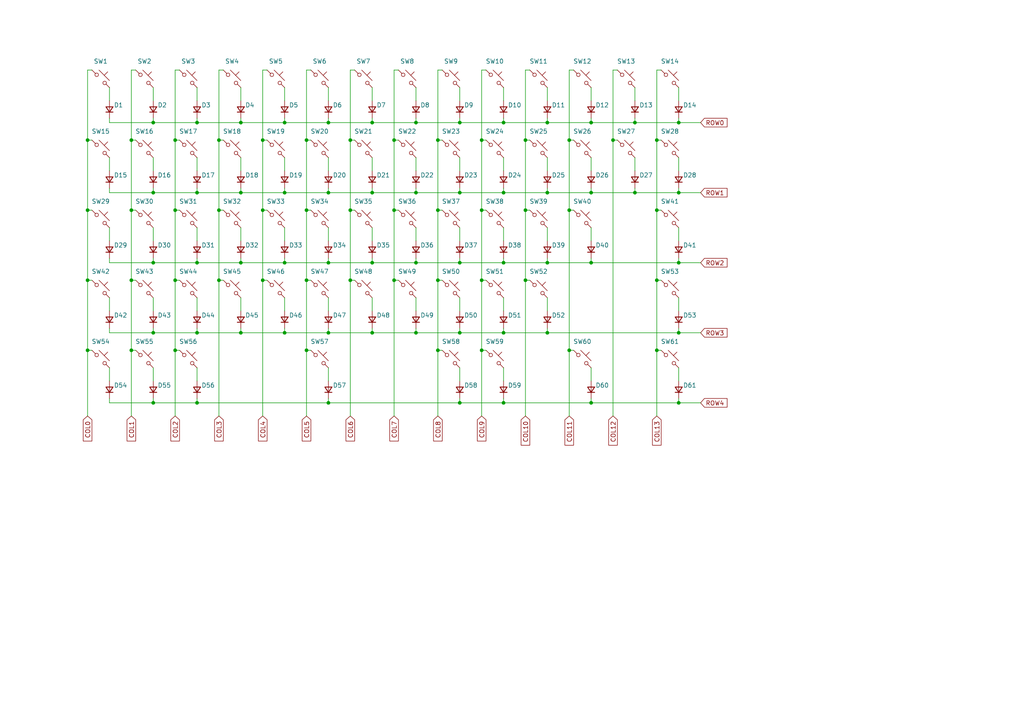
<source format=kicad_sch>
(kicad_sch (version 20231120) (generator "eeschema") (generator_version "8.0")
  (paper "A4")
  (junction (at 127 60.96))
  (junction (at 139.7 60.96))
  (junction (at 50.8 40.64))
  (junction (at 120.65 35.56))
  (junction (at 171.45 76.2))
  (junction (at 50.8 60.96))
  (junction (at 88.9 60.96))
  (junction (at 152.4 60.96))
  (junction (at 69.85 55.88))
  (junction (at 133.35 76.2))
  (junction (at 127 81.28))
  (junction (at 38.1 40.64))
  (junction (at 63.5 40.64))
  (junction (at 196.85 116.84))
  (junction (at 63.5 81.28))
  (junction (at 146.05 116.84))
  (junction (at 82.55 76.2))
  (junction (at 171.45 55.88))
  (junction (at 127 40.64))
  (junction (at 95.25 116.84))
  (junction (at 95.25 76.2))
  (junction (at 95.25 55.88))
  (junction (at 158.75 76.2))
  (junction (at 146.05 35.56))
  (junction (at 82.55 35.56))
  (junction (at 171.45 116.84))
  (junction (at 69.85 35.56))
  (junction (at 101.6 40.64))
  (junction (at 25.4 60.96))
  (junction (at 107.95 55.88))
  (junction (at 101.6 81.28))
  (junction (at 184.15 55.88))
  (junction (at 88.9 81.28))
  (junction (at 44.45 35.56))
  (junction (at 88.9 101.6))
  (junction (at 120.65 96.52))
  (junction (at 57.15 76.2))
  (junction (at 114.3 40.64))
  (junction (at 114.3 81.28))
  (junction (at 44.45 76.2))
  (junction (at 38.1 81.28))
  (junction (at 44.45 116.84))
  (junction (at 158.75 55.88))
  (junction (at 88.9 40.64))
  (junction (at 69.85 76.2))
  (junction (at 146.05 55.88))
  (junction (at 25.4 81.28))
  (junction (at 95.25 35.56))
  (junction (at 44.45 96.52))
  (junction (at 152.4 81.28))
  (junction (at 196.85 76.2))
  (junction (at 82.55 96.52))
  (junction (at 120.65 76.2))
  (junction (at 196.85 96.52))
  (junction (at 25.4 40.64))
  (junction (at 133.35 116.84))
  (junction (at 127 101.6))
  (junction (at 190.5 60.96))
  (junction (at 196.85 35.56))
  (junction (at 50.8 81.28))
  (junction (at 196.85 55.88))
  (junction (at 190.5 40.64))
  (junction (at 133.35 35.56))
  (junction (at 57.15 116.84))
  (junction (at 133.35 96.52))
  (junction (at 190.5 81.28))
  (junction (at 57.15 35.56))
  (junction (at 120.65 55.88))
  (junction (at 38.1 101.6))
  (junction (at 57.15 96.52))
  (junction (at 114.3 60.96))
  (junction (at 165.1 60.96))
  (junction (at 107.95 76.2))
  (junction (at 152.4 40.64))
  (junction (at 50.8 101.6))
  (junction (at 76.2 40.64))
  (junction (at 184.15 35.56))
  (junction (at 107.95 35.56))
  (junction (at 139.7 40.64))
  (junction (at 146.05 96.52))
  (junction (at 107.95 96.52))
  (junction (at 139.7 81.28))
  (junction (at 69.85 96.52))
  (junction (at 146.05 76.2))
  (junction (at 95.25 96.52))
  (junction (at 44.45 55.88))
  (junction (at 158.75 35.56))
  (junction (at 165.1 101.6))
  (junction (at 177.8 40.64))
  (junction (at 171.45 35.56))
  (junction (at 76.2 81.28))
  (junction (at 158.75 96.52))
  (junction (at 190.5 101.6))
  (junction (at 165.1 40.64))
  (junction (at 63.5 60.96))
  (junction (at 25.4 101.6))
  (junction (at 133.35 55.88))
  (junction (at 82.55 55.88))
  (junction (at 76.2 60.96))
  (junction (at 57.15 55.88))
  (junction (at 139.7 101.6))
  (junction (at 38.1 60.96))
  (junction (at 101.6 60.96))
  (wire (pts (xy 63.5 20.32) (xy 63.5 40.64)))
  (wire (pts (xy 57.15 54.61) (xy 57.15 55.88)))
  (wire (pts (xy 82.55 55.88) (xy 95.25 55.88)))
  (wire (pts (xy 77.47 20.32) (xy 76.2 20.32)))
  (wire (pts (xy 69.85 25.4) (xy 69.85 29.21)))
  (wire (pts (xy 140.97 40.64) (xy 139.7 40.64)))
  (wire (pts (xy 82.55 74.93) (xy 82.55 76.2)))
  (wire (pts (xy 107.95 54.61) (xy 107.95 55.88)))
  (wire (pts (xy 63.5 81.28) (xy 63.5 120.65)))
  (wire (pts (xy 31.75 34.29) (xy 31.75 35.56)))
  (wire (pts (xy 44.45 76.2) (xy 57.15 76.2)))
  (wire (pts (xy 171.45 54.61) (xy 171.45 55.88)))
  (wire (pts (xy 44.45 95.25) (xy 44.45 96.52)))
  (wire (pts (xy 31.75 95.25) (xy 31.75 96.52)))
  (wire (pts (xy 82.55 96.52) (xy 95.25 96.52)))
  (wire (pts (xy 101.6 60.96) (xy 101.6 81.28)))
  (wire (pts (xy 69.85 74.93) (xy 69.85 76.2)))
  (wire (pts (xy 158.75 95.25) (xy 158.75 96.52)))
  (wire (pts (xy 44.45 54.61) (xy 44.45 55.88)))
  (wire (pts (xy 190.5 60.96) (xy 190.5 81.28)))
  (wire (pts (xy 140.97 101.6) (xy 139.7 101.6)))
  (wire (pts (xy 166.37 101.6) (xy 165.1 101.6)))
  (wire (pts (xy 107.95 86.36) (xy 107.95 90.17)))
  (wire (pts (xy 31.75 106.68) (xy 31.75 110.49)))
  (wire (pts (xy 76.2 20.32) (xy 76.2 40.64)))
  (wire (pts (xy 184.15 35.56) (xy 196.85 35.56)))
  (wire (pts (xy 190.5 101.6) (xy 190.5 120.65)))
  (wire (pts (xy 31.75 25.4) (xy 31.75 29.21)))
  (wire (pts (xy 63.5 60.96) (xy 63.5 81.28)))
  (wire (pts (xy 52.07 20.32) (xy 50.8 20.32)))
  (wire (pts (xy 191.77 81.28) (xy 190.5 81.28)))
  (wire (pts (xy 139.7 20.32) (xy 139.7 40.64)))
  (wire (pts (xy 76.2 40.64) (xy 76.2 60.96)))
  (wire (pts (xy 107.95 74.93) (xy 107.95 76.2)))
  (wire (pts (xy 44.45 55.88) (xy 57.15 55.88)))
  (wire (pts (xy 69.85 96.52) (xy 82.55 96.52)))
  (wire (pts (xy 95.25 25.4) (xy 95.25 29.21)))
  (wire (pts (xy 133.35 66.04) (xy 133.35 69.85)))
  (wire (pts (xy 31.75 116.84) (xy 44.45 116.84)))
  (wire (pts (xy 146.05 34.29) (xy 146.05 35.56)))
  (wire (pts (xy 146.05 116.84) (xy 171.45 116.84)))
  (wire (pts (xy 158.75 55.88) (xy 171.45 55.88)))
  (wire (pts (xy 128.27 40.64) (xy 127 40.64)))
  (wire (pts (xy 152.4 40.64) (xy 152.4 60.96)))
  (wire (pts (xy 158.75 25.4) (xy 158.75 29.21)))
  (wire (pts (xy 57.15 106.68) (xy 57.15 110.49)))
  (wire (pts (xy 31.75 54.61) (xy 31.75 55.88)))
  (wire (pts (xy 196.85 76.2) (xy 203.2 76.2)))
  (wire (pts (xy 82.55 34.29) (xy 82.55 35.56)))
  (wire (pts (xy 57.15 34.29) (xy 57.15 35.56)))
  (wire (pts (xy 165.1 20.32) (xy 165.1 40.64)))
  (wire (pts (xy 101.6 40.64) (xy 101.6 60.96)))
  (wire (pts (xy 57.15 25.4) (xy 57.15 29.21)))
  (wire (pts (xy 153.67 81.28) (xy 152.4 81.28)))
  (wire (pts (xy 120.65 25.4) (xy 120.65 29.21)))
  (wire (pts (xy 52.07 81.28) (xy 50.8 81.28)))
  (wire (pts (xy 69.85 66.04) (xy 69.85 69.85)))
  (wire (pts (xy 114.3 40.64) (xy 114.3 60.96)))
  (wire (pts (xy 140.97 60.96) (xy 139.7 60.96)))
  (wire (pts (xy 146.05 76.2) (xy 158.75 76.2)))
  (wire (pts (xy 146.05 115.57) (xy 146.05 116.84)))
  (wire (pts (xy 90.17 60.96) (xy 88.9 60.96)))
  (wire (pts (xy 158.75 45.72) (xy 158.75 49.53)))
  (wire (pts (xy 82.55 54.61) (xy 82.55 55.88)))
  (wire (pts (xy 90.17 40.64) (xy 88.9 40.64)))
  (wire (pts (xy 95.25 54.61) (xy 95.25 55.88)))
  (wire (pts (xy 133.35 54.61) (xy 133.35 55.88)))
  (wire (pts (xy 120.65 55.88) (xy 133.35 55.88)))
  (wire (pts (xy 152.4 20.32) (xy 152.4 40.64)))
  (wire (pts (xy 69.85 95.25) (xy 69.85 96.52)))
  (wire (pts (xy 184.15 34.29) (xy 184.15 35.56)))
  (wire (pts (xy 171.45 115.57) (xy 171.45 116.84)))
  (wire (pts (xy 115.57 60.96) (xy 114.3 60.96)))
  (wire (pts (xy 107.95 95.25) (xy 107.95 96.52)))
  (wire (pts (xy 69.85 86.36) (xy 69.85 90.17)))
  (wire (pts (xy 107.95 25.4) (xy 107.95 29.21)))
  (wire (pts (xy 57.15 76.2) (xy 69.85 76.2)))
  (wire (pts (xy 196.85 74.93) (xy 196.85 76.2)))
  (wire (pts (xy 52.07 40.64) (xy 50.8 40.64)))
  (wire (pts (xy 69.85 54.61) (xy 69.85 55.88)))
  (wire (pts (xy 26.67 20.32) (xy 25.4 20.32)))
  (wire (pts (xy 196.85 116.84) (xy 203.2 116.84)))
  (wire (pts (xy 120.65 45.72) (xy 120.65 49.53)))
  (wire (pts (xy 196.85 45.72) (xy 196.85 49.53)))
  (wire (pts (xy 39.37 20.32) (xy 38.1 20.32)))
  (wire (pts (xy 139.7 40.64) (xy 139.7 60.96)))
  (wire (pts (xy 114.3 20.32) (xy 114.3 40.64)))
  (wire (pts (xy 95.25 95.25) (xy 95.25 96.52)))
  (wire (pts (xy 88.9 81.28) (xy 88.9 101.6)))
  (wire (pts (xy 101.6 20.32) (xy 101.6 40.64)))
  (wire (pts (xy 39.37 81.28) (xy 38.1 81.28)))
  (wire (pts (xy 88.9 40.64) (xy 88.9 60.96)))
  (wire (pts (xy 158.75 34.29) (xy 158.75 35.56)))
  (wire (pts (xy 146.05 74.93) (xy 146.05 76.2)))
  (wire (pts (xy 44.45 106.68) (xy 44.45 110.49)))
  (wire (pts (xy 76.2 81.28) (xy 76.2 120.65)))
  (wire (pts (xy 90.17 101.6) (xy 88.9 101.6)))
  (wire (pts (xy 196.85 115.57) (xy 196.85 116.84)))
  (wire (pts (xy 44.45 34.29) (xy 44.45 35.56)))
  (wire (pts (xy 191.77 60.96) (xy 190.5 60.96)))
  (wire (pts (xy 152.4 60.96) (xy 152.4 81.28)))
  (wire (pts (xy 165.1 101.6) (xy 165.1 120.65)))
  (wire (pts (xy 44.45 115.57) (xy 44.45 116.84)))
  (wire (pts (xy 115.57 81.28) (xy 114.3 81.28)))
  (wire (pts (xy 171.45 34.29) (xy 171.45 35.56)))
  (wire (pts (xy 88.9 101.6) (xy 88.9 120.65)))
  (wire (pts (xy 171.45 74.93) (xy 171.45 76.2)))
  (wire (pts (xy 166.37 20.32) (xy 165.1 20.32)))
  (wire (pts (xy 196.85 54.61) (xy 196.85 55.88)))
  (wire (pts (xy 120.65 74.93) (xy 120.65 76.2)))
  (wire (pts (xy 146.05 66.04) (xy 146.05 69.85)))
  (wire (pts (xy 82.55 35.56) (xy 95.25 35.56)))
  (wire (pts (xy 114.3 81.28) (xy 114.3 120.65)))
  (wire (pts (xy 31.75 45.72) (xy 31.75 49.53)))
  (wire (pts (xy 31.75 55.88) (xy 44.45 55.88)))
  (wire (pts (xy 153.67 20.32) (xy 152.4 20.32)))
  (wire (pts (xy 95.25 106.68) (xy 95.25 110.49)))
  (wire (pts (xy 184.15 45.72) (xy 184.15 49.53)))
  (wire (pts (xy 166.37 40.64) (xy 165.1 40.64)))
  (wire (pts (xy 31.75 115.57) (xy 31.75 116.84)))
  (wire (pts (xy 26.67 101.6) (xy 25.4 101.6)))
  (wire (pts (xy 107.95 55.88) (xy 120.65 55.88)))
  (wire (pts (xy 146.05 55.88) (xy 158.75 55.88)))
  (wire (pts (xy 171.45 25.4) (xy 171.45 29.21)))
  (wire (pts (xy 146.05 106.68) (xy 146.05 110.49)))
  (wire (pts (xy 69.85 45.72) (xy 69.85 49.53)))
  (wire (pts (xy 191.77 101.6) (xy 190.5 101.6)))
  (wire (pts (xy 82.55 86.36) (xy 82.55 90.17)))
  (wire (pts (xy 184.15 54.61) (xy 184.15 55.88)))
  (wire (pts (xy 153.67 60.96) (xy 152.4 60.96)))
  (wire (pts (xy 171.45 116.84) (xy 196.85 116.84)))
  (wire (pts (xy 102.87 60.96) (xy 101.6 60.96)))
  (wire (pts (xy 90.17 20.32) (xy 88.9 20.32)))
  (wire (pts (xy 102.87 20.32) (xy 101.6 20.32)))
  (wire (pts (xy 82.55 25.4) (xy 82.55 29.21)))
  (wire (pts (xy 139.7 81.28) (xy 139.7 101.6)))
  (wire (pts (xy 102.87 81.28) (xy 101.6 81.28)))
  (wire (pts (xy 153.67 40.64) (xy 152.4 40.64)))
  (wire (pts (xy 50.8 60.96) (xy 50.8 81.28)))
  (wire (pts (xy 50.8 40.64) (xy 50.8 60.96)))
  (wire (pts (xy 31.75 74.93) (xy 31.75 76.2)))
  (wire (pts (xy 52.07 101.6) (xy 50.8 101.6)))
  (wire (pts (xy 107.95 35.56) (xy 120.65 35.56)))
  (wire (pts (xy 133.35 76.2) (xy 146.05 76.2)))
  (wire (pts (xy 146.05 25.4) (xy 146.05 29.21)))
  (wire (pts (xy 158.75 74.93) (xy 158.75 76.2)))
  (wire (pts (xy 133.35 86.36) (xy 133.35 90.17)))
  (wire (pts (xy 165.1 60.96) (xy 165.1 101.6)))
  (wire (pts (xy 82.55 76.2) (xy 95.25 76.2)))
  (wire (pts (xy 95.25 86.36) (xy 95.25 90.17)))
  (wire (pts (xy 120.65 76.2) (xy 133.35 76.2)))
  (wire (pts (xy 128.27 20.32) (xy 127 20.32)))
  (wire (pts (xy 31.75 35.56) (xy 44.45 35.56)))
  (wire (pts (xy 69.85 55.88) (xy 82.55 55.88)))
  (wire (pts (xy 191.77 20.32) (xy 190.5 20.32)))
  (wire (pts (xy 128.27 81.28) (xy 127 81.28)))
  (wire (pts (xy 133.35 45.72) (xy 133.35 49.53)))
  (wire (pts (xy 127 40.64) (xy 127 60.96)))
  (wire (pts (xy 139.7 60.96) (xy 139.7 81.28)))
  (wire (pts (xy 64.77 20.32) (xy 63.5 20.32)))
  (wire (pts (xy 133.35 116.84) (xy 146.05 116.84)))
  (wire (pts (xy 31.75 96.52) (xy 44.45 96.52)))
  (wire (pts (xy 196.85 86.36) (xy 196.85 90.17)))
  (wire (pts (xy 44.45 116.84) (xy 57.15 116.84)))
  (wire (pts (xy 76.2 60.96) (xy 76.2 81.28)))
  (wire (pts (xy 95.25 76.2) (xy 107.95 76.2)))
  (wire (pts (xy 133.35 34.29) (xy 133.35 35.56)))
  (wire (pts (xy 196.85 96.52) (xy 203.2 96.52)))
  (wire (pts (xy 158.75 54.61) (xy 158.75 55.88)))
  (wire (pts (xy 31.75 76.2) (xy 44.45 76.2)))
  (wire (pts (xy 191.77 40.64) (xy 190.5 40.64)))
  (wire (pts (xy 171.45 106.68) (xy 171.45 110.49)))
  (wire (pts (xy 133.35 95.25) (xy 133.35 96.52)))
  (wire (pts (xy 120.65 54.61) (xy 120.65 55.88)))
  (wire (pts (xy 158.75 76.2) (xy 171.45 76.2)))
  (wire (pts (xy 146.05 86.36) (xy 146.05 90.17)))
  (wire (pts (xy 38.1 101.6) (xy 38.1 120.65)))
  (wire (pts (xy 133.35 35.56) (xy 146.05 35.56)))
  (wire (pts (xy 95.25 66.04) (xy 95.25 69.85)))
  (wire (pts (xy 82.55 45.72) (xy 82.55 49.53)))
  (wire (pts (xy 52.07 60.96) (xy 50.8 60.96)))
  (wire (pts (xy 114.3 60.96) (xy 114.3 81.28)))
  (wire (pts (xy 69.85 35.56) (xy 82.55 35.56)))
  (wire (pts (xy 90.17 81.28) (xy 88.9 81.28)))
  (wire (pts (xy 57.15 45.72) (xy 57.15 49.53)))
  (wire (pts (xy 115.57 20.32) (xy 114.3 20.32)))
  (wire (pts (xy 179.07 40.64) (xy 177.8 40.64)))
  (wire (pts (xy 38.1 60.96) (xy 38.1 81.28)))
  (wire (pts (xy 140.97 81.28) (xy 139.7 81.28)))
  (wire (pts (xy 101.6 81.28) (xy 101.6 120.65)))
  (wire (pts (xy 38.1 81.28) (xy 38.1 101.6)))
  (wire (pts (xy 146.05 45.72) (xy 146.05 49.53)))
  (wire (pts (xy 25.4 101.6) (xy 25.4 120.65)))
  (wire (pts (xy 57.15 96.52) (xy 69.85 96.52)))
  (wire (pts (xy 44.45 86.36) (xy 44.45 90.17)))
  (wire (pts (xy 184.15 25.4) (xy 184.15 29.21)))
  (wire (pts (xy 196.85 66.04) (xy 196.85 69.85)))
  (wire (pts (xy 179.07 20.32) (xy 177.8 20.32)))
  (wire (pts (xy 44.45 66.04) (xy 44.45 69.85)))
  (wire (pts (xy 190.5 81.28) (xy 190.5 101.6)))
  (wire (pts (xy 64.77 40.64) (xy 63.5 40.64)))
  (wire (pts (xy 196.85 95.25) (xy 196.85 96.52)))
  (wire (pts (xy 88.9 20.32) (xy 88.9 40.64)))
  (wire (pts (xy 158.75 35.56) (xy 171.45 35.56)))
  (wire (pts (xy 158.75 96.52) (xy 196.85 96.52)))
  (wire (pts (xy 95.25 74.93) (xy 95.25 76.2)))
  (wire (pts (xy 95.25 34.29) (xy 95.25 35.56)))
  (wire (pts (xy 127 101.6) (xy 127 120.65)))
  (wire (pts (xy 38.1 20.32) (xy 38.1 40.64)))
  (wire (pts (xy 120.65 96.52) (xy 133.35 96.52)))
  (wire (pts (xy 196.85 34.29) (xy 196.85 35.56)))
  (wire (pts (xy 177.8 40.64) (xy 177.8 120.65)))
  (wire (pts (xy 39.37 60.96) (xy 38.1 60.96)))
  (wire (pts (xy 39.37 40.64) (xy 38.1 40.64)))
  (wire (pts (xy 127 81.28) (xy 127 101.6)))
  (wire (pts (xy 166.37 60.96) (xy 165.1 60.96)))
  (wire (pts (xy 133.35 106.68) (xy 133.35 110.49)))
  (wire (pts (xy 190.5 20.32) (xy 190.5 40.64)))
  (wire (pts (xy 57.15 86.36) (xy 57.15 90.17)))
  (wire (pts (xy 177.8 20.32) (xy 177.8 40.64)))
  (wire (pts (xy 57.15 115.57) (xy 57.15 116.84)))
  (wire (pts (xy 107.95 45.72) (xy 107.95 49.53)))
  (wire (pts (xy 152.4 81.28) (xy 152.4 120.65)))
  (wire (pts (xy 120.65 66.04) (xy 120.65 69.85)))
  (wire (pts (xy 139.7 101.6) (xy 139.7 120.65)))
  (wire (pts (xy 95.25 115.57) (xy 95.25 116.84)))
  (wire (pts (xy 190.5 40.64) (xy 190.5 60.96)))
  (wire (pts (xy 57.15 95.25) (xy 57.15 96.52)))
  (wire (pts (xy 69.85 34.29) (xy 69.85 35.56)))
  (wire (pts (xy 63.5 40.64) (xy 63.5 60.96)))
  (wire (pts (xy 44.45 74.93) (xy 44.45 76.2)))
  (wire (pts (xy 146.05 95.25) (xy 146.05 96.52)))
  (wire (pts (xy 44.45 35.56) (xy 57.15 35.56)))
  (wire (pts (xy 171.45 76.2) (xy 196.85 76.2)))
  (wire (pts (xy 31.75 86.36) (xy 31.75 90.17)))
  (wire (pts (xy 57.15 55.88) (xy 69.85 55.88)))
  (wire (pts (xy 171.45 55.88) (xy 184.15 55.88)))
  (wire (pts (xy 44.45 25.4) (xy 44.45 29.21)))
  (wire (pts (xy 77.47 60.96) (xy 76.2 60.96)))
  (wire (pts (xy 107.95 34.29) (xy 107.95 35.56)))
  (wire (pts (xy 128.27 101.6) (xy 127 101.6)))
  (wire (pts (xy 107.95 66.04) (xy 107.95 69.85)))
  (wire (pts (xy 146.05 54.61) (xy 146.05 55.88)))
  (wire (pts (xy 196.85 106.68) (xy 196.85 110.49)))
  (wire (pts (xy 171.45 45.72) (xy 171.45 49.53)))
  (wire (pts (xy 25.4 20.32) (xy 25.4 40.64)))
  (wire (pts (xy 133.35 115.57) (xy 133.35 116.84)))
  (wire (pts (xy 95.25 35.56) (xy 107.95 35.56)))
  (wire (pts (xy 82.55 66.04) (xy 82.55 69.85)))
  (wire (pts (xy 77.47 40.64) (xy 76.2 40.64)))
  (wire (pts (xy 120.65 95.25) (xy 120.65 96.52)))
  (wire (pts (xy 133.35 74.93) (xy 133.35 76.2)))
  (wire (pts (xy 39.37 101.6) (xy 38.1 101.6)))
  (wire (pts (xy 115.57 40.64) (xy 114.3 40.64)))
  (wire (pts (xy 26.67 40.64) (xy 25.4 40.64)))
  (wire (pts (xy 26.67 81.28) (xy 25.4 81.28)))
  (wire (pts (xy 50.8 81.28) (xy 50.8 101.6)))
  (wire (pts (xy 196.85 25.4) (xy 196.85 29.21)))
  (wire (pts (xy 25.4 60.96) (xy 25.4 81.28)))
  (wire (pts (xy 38.1 40.64) (xy 38.1 60.96)))
  (wire (pts (xy 64.77 81.28) (xy 63.5 81.28)))
  (wire (pts (xy 50.8 101.6) (xy 50.8 120.65)))
  (wire (pts (xy 25.4 81.28) (xy 25.4 101.6)))
  (wire (pts (xy 171.45 35.56) (xy 184.15 35.56)))
  (wire (pts (xy 102.87 40.64) (xy 101.6 40.64)))
  (wire (pts (xy 25.4 40.64) (xy 25.4 60.96)))
  (wire (pts (xy 196.85 55.88) (xy 203.2 55.88)))
  (wire (pts (xy 128.27 60.96) (xy 127 60.96)))
  (wire (pts (xy 184.15 55.88) (xy 196.85 55.88)))
  (wire (pts (xy 44.45 45.72) (xy 44.45 49.53)))
  (wire (pts (xy 196.85 35.56) (xy 203.2 35.56)))
  (wire (pts (xy 26.67 60.96) (xy 25.4 60.96)))
  (wire (pts (xy 69.85 76.2) (xy 82.55 76.2)))
  (wire (pts (xy 57.15 116.84) (xy 95.25 116.84)))
  (wire (pts (xy 57.15 35.56) (xy 69.85 35.56)))
  (wire (pts (xy 165.1 40.64) (xy 165.1 60.96)))
  (wire (pts (xy 64.77 60.96) (xy 63.5 60.96)))
  (wire (pts (xy 82.55 95.25) (xy 82.55 96.52)))
  (wire (pts (xy 120.65 35.56) (xy 133.35 35.56)))
  (wire (pts (xy 146.05 35.56) (xy 158.75 35.56)))
  (wire (pts (xy 127 20.32) (xy 127 40.64)))
  (wire (pts (xy 171.45 66.04) (xy 171.45 69.85)))
  (wire (pts (xy 120.65 34.29) (xy 120.65 35.56)))
  (wire (pts (xy 120.65 86.36) (xy 120.65 90.17)))
  (wire (pts (xy 95.25 116.84) (xy 133.35 116.84)))
  (wire (pts (xy 133.35 55.88) (xy 146.05 55.88)))
  (wire (pts (xy 146.05 96.52) (xy 158.75 96.52)))
  (wire (pts (xy 57.15 66.04) (xy 57.15 69.85)))
  (wire (pts (xy 127 60.96) (xy 127 81.28)))
  (wire (pts (xy 77.47 81.28) (xy 76.2 81.28)))
  (wire (pts (xy 95.25 96.52) (xy 107.95 96.52)))
  (wire (pts (xy 95.25 55.88) (xy 107.95 55.88)))
  (wire (pts (xy 133.35 96.52) (xy 146.05 96.52)))
  (wire (pts (xy 50.8 20.32) (xy 50.8 40.64)))
  (wire (pts (xy 57.15 74.93) (xy 57.15 76.2)))
  (wire (pts (xy 88.9 60.96) (xy 88.9 81.28)))
  (wire (pts (xy 158.75 66.04) (xy 158.75 69.85)))
  (wire (pts (xy 107.95 76.2) (xy 120.65 76.2)))
  (wire (pts (xy 95.25 45.72) (xy 95.25 49.53)))
  (wire (pts (xy 31.75 66.04) (xy 31.75 69.85)))
  (wire (pts (xy 158.75 86.36) (xy 158.75 90.17)))
  (wire (pts (xy 107.95 96.52) (xy 120.65 96.52)))
  (wire (pts (xy 44.45 96.52) (xy 57.15 96.52)))
  (wire (pts (xy 140.97 20.32) (xy 139.7 20.32)))
  (wire (pts (xy 133.35 25.4) (xy 133.35 29.21)))
  (global_label "COL5" (shape input) (at 88.9 120.65 270) (property "Intersheetrefs" "${INTERSHEET_REFS}" (effects (hide yes))))
  (global_label "COL4" (shape input) (at 76.2 120.65 270) (property "Intersheetrefs" "${INTERSHEET_REFS}" (effects (hide yes))))
  (global_label "COL8" (shape input) (at 127 120.65 270) (property "Intersheetrefs" "${INTERSHEET_REFS}" (effects (hide yes))))
  (global_label "ROW0" (shape input) (at 203.2 35.56 0) (property "Intersheetrefs" "${INTERSHEET_REFS}" (effects (hide yes))))
  (global_label "COL1" (shape input) (at 38.1 120.65 270) (property "Intersheetrefs" "${INTERSHEET_REFS}" (effects (hide yes))))
  (global_label "COL9" (shape input) (at 139.7 120.65 270) (property "Intersheetrefs" "${INTERSHEET_REFS}" (effects (hide yes))))
  (global_label "COL12" (shape input) (at 177.8 120.65 270) (property "Intersheetrefs" "${INTERSHEET_REFS}" (effects (hide yes))))
  (global_label "COL7" (shape input) (at 114.3 120.65 270) (property "Intersheetrefs" "${INTERSHEET_REFS}" (effects (hide yes))))
  (global_label "ROW4" (shape input) (at 203.2 116.84 0) (property "Intersheetrefs" "${INTERSHEET_REFS}" (effects (hide yes))))
  (global_label "ROW2" (shape input) (at 203.2 76.2 0) (property "Intersheetrefs" "${INTERSHEET_REFS}" (effects (hide yes))))
  (global_label "COL10" (shape input) (at 152.4 120.65 270) (property "Intersheetrefs" "${INTERSHEET_REFS}" (effects (hide yes))))
  (global_label "COL13" (shape input) (at 190.5 120.65 270) (property "Intersheetrefs" "${INTERSHEET_REFS}" (effects (hide yes))))
  (global_label "COL11" (shape input) (at 165.1 120.65 270) (property "Intersheetrefs" "${INTERSHEET_REFS}" (effects (hide yes))))
  (global_label "COL3" (shape input) (at 63.5 120.65 270) (property "Intersheetrefs" "${INTERSHEET_REFS}" (effects (hide yes))))
  (global_label "COL2" (shape input) (at 50.8 120.65 270) (property "Intersheetrefs" "${INTERSHEET_REFS}" (effects (hide yes))))
  (global_label "ROW3" (shape input) (at 203.2 96.52 0) (property "Intersheetrefs" "${INTERSHEET_REFS}" (effects (hide yes))))
  (global_label "ROW1" (shape input) (at 203.2 55.88 0) (property "Intersheetrefs" "${INTERSHEET_REFS}" (effects (hide yes))))
  (global_label "COL0" (shape input) (at 25.4 120.65 270) (property "Intersheetrefs" "${INTERSHEET_REFS}" (effects (hide yes))))
  (global_label "COL6" (shape input) (at 101.6 120.65 270) (property "Intersheetrefs" "${INTERSHEET_REFS}" (effects (hide yes))))
  (symbol (lib_id "Device:D_Small") (at 196.85 113.03 90) (unit 1)
    (property "Reference" "D61" (at 198.12 111.76 90) (effects (justify right)))
    (property "Value" "D" (effects (hide yes)))
    (property "Footprint" "Diode_SMD:D_SOD-123F" (effects (hide yes)))
    (property "Sim.Device" "D" (effects (hide yes)))
    (property "Sim.Pins" "1=K 2=A" (effects (hide yes)))
  )
  (symbol (lib_id "Switch:SW_Push_45deg") (at 41.91 63.5 0) (unit 1)
    (property "Reference" "SW30" (at 41.91 58.42 0))
    (property "Value" "SW_Push" (effects (hide yes)))
    (property "Footprint" "Switch_Keyboard_Cherry_MX:SW_Cherry_MX_PCB_1.00u" (effects (hide yes)))
  )
  (symbol (lib_id "Switch:SW_Push_45deg") (at 143.51 104.14 0) (unit 1)
    (property "Reference" "SW59" (at 143.51 99.06 0))
    (property "Value" "SW_Push" (effects (hide yes)))
    (property "Footprint" "Switch_Keyboard_Cherry_MX:SW_Cherry_MX_PCB_1.00u" (effects (hide yes)))
  )
  (symbol (lib_id "Device:D_Small") (at 95.25 113.03 90) (unit 1)
    (property "Reference" "D57" (at 96.52 111.76 90) (effects (justify right)))
    (property "Value" "D" (effects (hide yes)))
    (property "Footprint" "Diode_SMD:D_SOD-123F" (effects (hide yes)))
    (property "Sim.Device" "D" (effects (hide yes)))
    (property "Sim.Pins" "1=K 2=A" (effects (hide yes)))
  )
  (symbol (lib_id "Switch:SW_Push_45deg") (at 194.31 43.18 0) (unit 1)
    (property "Reference" "SW28" (at 194.31 38.1 0))
    (property "Value" "SW_Push" (effects (hide yes)))
    (property "Footprint" "Switch_Keyboard_Cherry_MX:SW_Cherry_MX_PCB_1.00u" (effects (hide yes)))
  )
  (symbol (lib_id "Device:D_Small") (at 69.85 52.07 90) (unit 1)
    (property "Reference" "D18" (at 71.12 50.8 90) (effects (justify right)))
    (property "Value" "D" (effects (hide yes)))
    (property "Footprint" "Diode_SMD:D_SOD-123F" (effects (hide yes)))
    (property "Sim.Device" "D" (effects (hide yes)))
    (property "Sim.Pins" "1=K 2=A" (effects (hide yes)))
  )
  (symbol (lib_id "Device:D_Small") (at 196.85 52.07 90) (unit 1)
    (property "Reference" "D28" (at 198.12 50.8 90) (effects (justify right)))
    (property "Value" "D" (effects (hide yes)))
    (property "Footprint" "Diode_SMD:D_SOD-123F" (effects (hide yes)))
    (property "Sim.Device" "D" (effects (hide yes)))
    (property "Sim.Pins" "1=K 2=A" (effects (hide yes)))
  )
  (symbol (lib_id "Device:D_Small") (at 146.05 113.03 90) (unit 1)
    (property "Reference" "D59" (at 147.32 111.76 90) (effects (justify right)))
    (property "Value" "D" (effects (hide yes)))
    (property "Footprint" "Diode_SMD:D_SOD-123F" (effects (hide yes)))
    (property "Sim.Device" "D" (effects (hide yes)))
    (property "Sim.Pins" "1=K 2=A" (effects (hide yes)))
  )
  (symbol (lib_id "Switch:SW_Push_45deg") (at 92.71 83.82 0) (unit 1)
    (property "Reference" "SW47" (at 92.71 78.74 0))
    (property "Value" "SW_Push" (effects (hide yes)))
    (property "Footprint" "Switch_Keyboard_Cherry_MX:SW_Cherry_MX_PCB_1.00u" (effects (hide yes)))
  )
  (symbol (lib_id "Device:D_Small") (at 57.15 52.07 90) (unit 1)
    (property "Reference" "D17" (at 58.42 50.8 90) (effects (justify right)))
    (property "Value" "D" (effects (hide yes)))
    (property "Footprint" "Diode_SMD:D_SOD-123F" (effects (hide yes)))
    (property "Sim.Device" "D" (effects (hide yes)))
    (property "Sim.Pins" "1=K 2=A" (effects (hide yes)))
  )
  (symbol (lib_id "Switch:SW_Push_45deg") (at 92.71 63.5 0) (unit 1)
    (property "Reference" "SW34" (at 92.71 58.42 0))
    (property "Value" "SW_Push" (effects (hide yes)))
    (property "Footprint" "Switch_Keyboard_Cherry_MX:SW_Cherry_MX_PCB_1.00u" (effects (hide yes)))
  )
  (symbol (lib_id "Device:D_Small") (at 44.45 31.75 90) (unit 1)
    (property "Reference" "D2" (at 45.72 30.48 90) (effects (justify right)))
    (property "Value" "D" (effects (hide yes)))
    (property "Footprint" "Diode_SMD:D_SOD-123F" (effects (hide yes)))
    (property "Sim.Device" "D" (effects (hide yes)))
    (property "Sim.Pins" "1=K 2=A" (effects (hide yes)))
  )
  (symbol (lib_id "Device:D_Small") (at 146.05 31.75 90) (unit 1)
    (property "Reference" "D10" (at 147.32 30.48 90) (effects (justify right)))
    (property "Value" "D" (effects (hide yes)))
    (property "Footprint" "Diode_SMD:D_SOD-123F" (effects (hide yes)))
    (property "Sim.Device" "D" (effects (hide yes)))
    (property "Sim.Pins" "1=K 2=A" (effects (hide yes)))
  )
  (symbol (lib_id "Switch:SW_Push_45deg") (at 194.31 83.82 0) (unit 1)
    (property "Reference" "SW53" (at 194.31 78.74 0))
    (property "Value" "SW_Push" (effects (hide yes)))
    (property "Footprint" "Switch_Keyboard_Cherry_MX:SW_Cherry_MX_PCB_1.00u" (effects (hide yes)))
  )
  (symbol (lib_id "Device:D_Small") (at 196.85 72.39 90) (unit 1)
    (property "Reference" "D41" (at 198.12 71.12 90) (effects (justify right)))
    (property "Value" "D" (effects (hide yes)))
    (property "Footprint" "Diode_SMD:D_SOD-123F" (effects (hide yes)))
    (property "Sim.Device" "D" (effects (hide yes)))
    (property "Sim.Pins" "1=K 2=A" (effects (hide yes)))
  )
  (symbol (lib_id "Device:D_Small") (at 133.35 92.71 90) (unit 1)
    (property "Reference" "D50" (at 134.62 91.44 90) (effects (justify right)))
    (property "Value" "D" (effects (hide yes)))
    (property "Footprint" "Diode_SMD:D_SOD-123F" (effects (hide yes)))
    (property "Sim.Device" "D" (effects (hide yes)))
    (property "Sim.Pins" "1=K 2=A" (effects (hide yes)))
  )
  (symbol (lib_id "Switch:SW_Push_45deg") (at 29.21 22.86 0) (unit 1)
    (property "Reference" "SW1" (at 29.21 17.78 0))
    (property "Value" "SW_Push" (effects (hide yes)))
    (property "Footprint" "Switch_Keyboard_Cherry_MX:SW_Cherry_MX_PCB_1.00u" (effects (hide yes)))
  )
  (symbol (lib_id "Device:D_Small") (at 146.05 52.07 90) (unit 1)
    (property "Reference" "D24" (at 147.32 50.8 90) (effects (justify right)))
    (property "Value" "D" (effects (hide yes)))
    (property "Footprint" "Diode_SMD:D_SOD-123F" (effects (hide yes)))
    (property "Sim.Device" "D" (effects (hide yes)))
    (property "Sim.Pins" "1=K 2=A" (effects (hide yes)))
  )
  (symbol (lib_id "Switch:SW_Push_45deg") (at 130.81 22.86 0) (unit 1)
    (property "Reference" "SW9" (at 130.81 17.78 0))
    (property "Value" "SW_Push" (effects (hide yes)))
    (property "Footprint" "Switch_Keyboard_Cherry_MX:SW_Cherry_MX_PCB_1.00u" (effects (hide yes)))
  )
  (symbol (lib_id "Switch:SW_Push_45deg") (at 194.31 104.14 0) (unit 1)
    (property "Reference" "SW61" (at 194.31 99.06 0))
    (property "Value" "SW_Push" (effects (hide yes)))
    (property "Footprint" "Switch_Keyboard_Cherry_MX:SW_Cherry_MX_PCB_1.00u" (effects (hide yes)))
  )
  (symbol (lib_id "Device:D_Small") (at 158.75 31.75 90) (unit 1)
    (property "Reference" "D11" (at 160.02 30.48 90) (effects (justify right)))
    (property "Value" "D" (effects (hide yes)))
    (property "Footprint" "Diode_SMD:D_SOD-123F" (effects (hide yes)))
    (property "Sim.Device" "D" (effects (hide yes)))
    (property "Sim.Pins" "1=K 2=A" (effects (hide yes)))
  )
  (symbol (lib_id "Switch:SW_Push_45deg") (at 118.11 63.5 0) (unit 1)
    (property "Reference" "SW36" (at 118.11 58.42 0))
    (property "Value" "SW_Push" (effects (hide yes)))
    (property "Footprint" "Switch_Keyboard_Cherry_MX:SW_Cherry_MX_PCB_1.00u" (effects (hide yes)))
  )
  (symbol (lib_id "Switch:SW_Push_45deg") (at 156.21 83.82 0) (unit 1)
    (property "Reference" "SW52" (at 156.21 78.74 0))
    (property "Value" "SW_Push" (effects (hide yes)))
    (property "Footprint" "Switch_Keyboard_Cherry_MX:SW_Cherry_MX_PCB_1.00u" (effects (hide yes)))
  )
  (symbol (lib_id "Device:D_Small") (at 82.55 72.39 90) (unit 1)
    (property "Reference" "D33" (at 83.82 71.12 90) (effects (justify right)))
    (property "Value" "D" (effects (hide yes)))
    (property "Footprint" "Diode_SMD:D_SOD-123F" (effects (hide yes)))
    (property "Sim.Device" "D" (effects (hide yes)))
    (property "Sim.Pins" "1=K 2=A" (effects (hide yes)))
  )
  (symbol (lib_id "Switch:SW_Push_45deg") (at 105.41 22.86 0) (unit 1)
    (property "Reference" "SW7" (at 105.41 17.78 0))
    (property "Value" "SW_Push" (effects (hide yes)))
    (property "Footprint" "Switch_Keyboard_Cherry_MX:SW_Cherry_MX_PCB_1.00u" (effects (hide yes)))
  )
  (symbol (lib_id "Switch:SW_Push_45deg") (at 168.91 43.18 0) (unit 1)
    (property "Reference" "SW26" (at 168.91 38.1 0))
    (property "Value" "SW_Push" (effects (hide yes)))
    (property "Footprint" "Switch_Keyboard_Cherry_MX:SW_Cherry_MX_PCB_1.00u" (effects (hide yes)))
  )
  (symbol (lib_id "Device:D_Small") (at 95.25 72.39 90) (unit 1)
    (property "Reference" "D34" (at 96.52 71.12 90) (effects (justify right)))
    (property "Value" "D" (effects (hide yes)))
    (property "Footprint" "Diode_SMD:D_SOD-123F" (effects (hide yes)))
    (property "Sim.Device" "D" (effects (hide yes)))
    (property "Sim.Pins" "1=K 2=A" (effects (hide yes)))
  )
  (symbol (lib_id "Device:D_Small") (at 31.75 52.07 90) (unit 1)
    (property "Reference" "D15" (at 33.02 50.8 90) (effects (justify right)))
    (property "Value" "D" (effects (hide yes)))
    (property "Footprint" "Diode_SMD:D_SOD-123F" (effects (hide yes)))
    (property "Sim.Device" "D" (effects (hide yes)))
    (property "Sim.Pins" "1=K 2=A" (effects (hide yes)))
  )
  (symbol (lib_id "Switch:SW_Push_45deg") (at 168.91 104.14 0) (unit 1)
    (property "Reference" "SW60" (at 168.91 99.06 0))
    (property "Value" "SW_Push" (effects (hide yes)))
    (property "Footprint" "Switch_Keyboard_Cherry_MX:SW_Cherry_MX_PCB_1.00u" (effects (hide yes)))
  )
  (symbol (lib_id "Switch:SW_Push_45deg") (at 92.71 22.86 0) (unit 1)
    (property "Reference" "SW6" (at 92.71 17.78 0))
    (property "Value" "SW_Push" (effects (hide yes)))
    (property "Footprint" "Switch_Keyboard_Cherry_MX:SW_Cherry_MX_PCB_1.00u" (effects (hide yes)))
  )
  (symbol (lib_id "Switch:SW_Push_45deg") (at 168.91 22.86 0) (unit 1)
    (property "Reference" "SW12" (at 168.91 17.78 0))
    (property "Value" "SW_Push" (effects (hide yes)))
    (property "Footprint" "Switch_Keyboard_Cherry_MX:SW_Cherry_MX_PCB_1.00u" (effects (hide yes)))
  )
  (symbol (lib_id "Device:D_Small") (at 107.95 31.75 90) (unit 1)
    (property "Reference" "D7" (at 109.22 30.48 90) (effects (justify right)))
    (property "Value" "D" (effects (hide yes)))
    (property "Footprint" "Diode_SMD:D_SOD-123F" (effects (hide yes)))
    (property "Sim.Device" "D" (effects (hide yes)))
    (property "Sim.Pins" "1=K 2=A" (effects (hide yes)))
  )
  (symbol (lib_id "Device:D_Small") (at 120.65 31.75 90) (unit 1)
    (property "Reference" "D8" (at 121.92 30.48 90) (effects (justify right)))
    (property "Value" "D" (effects (hide yes)))
    (property "Footprint" "Diode_SMD:D_SOD-123F" (effects (hide yes)))
    (property "Sim.Device" "D" (effects (hide yes)))
    (property "Sim.Pins" "1=K 2=A" (effects (hide yes)))
  )
  (symbol (lib_id "Device:D_Small") (at 120.65 72.39 90) (unit 1)
    (property "Reference" "D36" (at 121.92 71.12 90) (effects (justify right)))
    (property "Value" "D" (effects (hide yes)))
    (property "Footprint" "Diode_SMD:D_SOD-123F" (effects (hide yes)))
    (property "Sim.Device" "D" (effects (hide yes)))
    (property "Sim.Pins" "1=K 2=A" (effects (hide yes)))
  )
  (symbol (lib_id "Switch:SW_Push_45deg") (at 54.61 43.18 0) (unit 1)
    (property "Reference" "SW17" (at 54.61 38.1 0))
    (property "Value" "SW_Push" (effects (hide yes)))
    (property "Footprint" "Switch_Keyboard_Cherry_MX:SW_Cherry_MX_PCB_1.00u" (effects (hide yes)))
  )
  (symbol (lib_id "Device:D_Small") (at 146.05 92.71 90) (unit 1)
    (property "Reference" "D51" (at 147.32 91.44 90) (effects (justify right)))
    (property "Value" "D" (effects (hide yes)))
    (property "Footprint" "Diode_SMD:D_SOD-123F" (effects (hide yes)))
    (property "Sim.Device" "D" (effects (hide yes)))
    (property "Sim.Pins" "1=K 2=A" (effects (hide yes)))
  )
  (symbol (lib_id "Switch:SW_Push_45deg") (at 67.31 22.86 0) (unit 1)
    (property "Reference" "SW4" (at 67.31 17.78 0))
    (property "Value" "SW_Push" (effects (hide yes)))
    (property "Footprint" "Switch_Keyboard_Cherry_MX:SW_Cherry_MX_PCB_1.00u" (effects (hide yes)))
  )
  (symbol (lib_id "Device:D_Small") (at 69.85 31.75 90) (unit 1)
    (property "Reference" "D4" (at 71.12 30.48 90) (effects (justify right)))
    (property "Value" "D" (effects (hide yes)))
    (property "Footprint" "Diode_SMD:D_SOD-123F" (effects (hide yes)))
    (property "Sim.Device" "D" (effects (hide yes)))
    (property "Sim.Pins" "1=K 2=A" (effects (hide yes)))
  )
  (symbol (lib_id "Switch:SW_Push_45deg") (at 92.71 104.14 0) (unit 1)
    (property "Reference" "SW57" (at 92.71 99.06 0))
    (property "Value" "SW_Push" (effects (hide yes)))
    (property "Footprint" "Switch_Keyboard_Cherry_MX:SW_Cherry_MX_PCB_1.00u" (effects (hide yes)))
  )
  (symbol (lib_id "Device:D_Small") (at 171.45 113.03 90) (unit 1)
    (property "Reference" "D60" (at 172.72 111.76 90) (effects (justify right)))
    (property "Value" "D" (effects (hide yes)))
    (property "Footprint" "Diode_SMD:D_SOD-123F" (effects (hide yes)))
    (property "Sim.Device" "D" (effects (hide yes)))
    (property "Sim.Pins" "1=K 2=A" (effects (hide yes)))
  )
  (symbol (lib_id "Device:D_Small") (at 196.85 31.75 90) (unit 1)
    (property "Reference" "D14" (at 198.12 30.48 90) (effects (justify right)))
    (property "Value" "D" (effects (hide yes)))
    (property "Footprint" "Diode_SMD:D_SOD-123F" (effects (hide yes)))
    (property "Sim.Device" "D" (effects (hide yes)))
    (property "Sim.Pins" "1=K 2=A" (effects (hide yes)))
  )
  (symbol (lib_id "Device:D_Small") (at 31.75 92.71 90) (unit 1)
    (property "Reference" "D42" (at 33.02 91.44 90) (effects (justify right)))
    (property "Value" "D" (effects (hide yes)))
    (property "Footprint" "Diode_SMD:D_SOD-123F" (effects (hide yes)))
    (property "Sim.Device" "D" (effects (hide yes)))
    (property "Sim.Pins" "1=K 2=A" (effects (hide yes)))
  )
  (symbol (lib_id "Device:D_Small") (at 146.05 72.39 90) (unit 1)
    (property "Reference" "D38" (at 147.32 71.12 90) (effects (justify right)))
    (property "Value" "D" (effects (hide yes)))
    (property "Footprint" "Diode_SMD:D_SOD-123F" (effects (hide yes)))
    (property "Sim.Device" "D" (effects (hide yes)))
    (property "Sim.Pins" "1=K 2=A" (effects (hide yes)))
  )
  (symbol (lib_id "Device:D_Small") (at 158.75 72.39 90) (unit 1)
    (property "Reference" "D39" (at 160.02 71.12 90) (effects (justify right)))
    (property "Value" "D" (effects (hide yes)))
    (property "Footprint" "Diode_SMD:D_SOD-123F" (effects (hide yes)))
    (property "Sim.Device" "D" (effects (hide yes)))
    (property "Sim.Pins" "1=K 2=A" (effects (hide yes)))
  )
  (symbol (lib_id "Switch:SW_Push_45deg") (at 41.91 22.86 0) (unit 1)
    (property "Reference" "SW2" (at 41.91 17.78 0))
    (property "Value" "SW_Push" (effects (hide yes)))
    (property "Footprint" "Switch_Keyboard_Cherry_MX:SW_Cherry_MX_PCB_1.00u" (effects (hide yes)))
  )
  (symbol (lib_id "Switch:SW_Push_45deg") (at 156.21 22.86 0) (unit 1)
    (property "Reference" "SW11" (at 156.21 17.78 0))
    (property "Value" "SW_Push" (effects (hide yes)))
    (property "Footprint" "Switch_Keyboard_Cherry_MX:SW_Cherry_MX_PCB_1.00u" (effects (hide yes)))
  )
  (symbol (lib_id "Device:D_Small") (at 31.75 113.03 90) (unit 1)
    (property "Reference" "D54" (at 33.02 111.76 90) (effects (justify right)))
    (property "Value" "D" (effects (hide yes)))
    (property "Footprint" "Diode_SMD:D_SOD-123F" (effects (hide yes)))
    (property "Sim.Device" "D" (effects (hide yes)))
    (property "Sim.Pins" "1=K 2=A" (effects (hide yes)))
  )
  (symbol (lib_id "Device:D_Small") (at 82.55 92.71 90) (unit 1)
    (property "Reference" "D46" (at 83.82 91.44 90) (effects (justify right)))
    (property "Value" "D" (effects (hide yes)))
    (property "Footprint" "Diode_SMD:D_SOD-123F" (effects (hide yes)))
    (property "Sim.Device" "D" (effects (hide yes)))
    (property "Sim.Pins" "1=K 2=A" (effects (hide yes)))
  )
  (symbol (lib_id "Switch:SW_Push_45deg") (at 143.51 43.18 0) (unit 1)
    (property "Reference" "SW24" (at 143.51 38.1 0))
    (property "Value" "SW_Push" (effects (hide yes)))
    (property "Footprint" "Switch_Keyboard_Cherry_MX:SW_Cherry_MX_PCB_1.00u" (effects (hide yes)))
  )
  (symbol (lib_id "Device:D_Small") (at 184.15 52.07 90) (unit 1)
    (property "Reference" "D27" (at 185.42 50.8 90) (effects (justify right)))
    (property "Value" "D" (effects (hide yes)))
    (property "Footprint" "Diode_SMD:D_SOD-123F" (effects (hide yes)))
    (property "Sim.Device" "D" (effects (hide yes)))
    (property "Sim.Pins" "1=K 2=A" (effects (hide yes)))
  )
  (symbol (lib_id "Device:D_Small") (at 82.55 31.75 90) (unit 1)
    (property "Reference" "D5" (at 83.82 30.48 90) (effects (justify right)))
    (property "Value" "D" (effects (hide yes)))
    (property "Footprint" "Diode_SMD:D_SOD-123F" (effects (hide yes)))
    (property "Sim.Device" "D" (effects (hide yes)))
    (property "Sim.Pins" "1=K 2=A" (effects (hide yes)))
  )
  (symbol (lib_id "Switch:SW_Push_45deg") (at 80.01 43.18 0) (unit 1)
    (property "Reference" "SW19" (at 80.01 38.1 0))
    (property "Value" "SW_Push" (effects (hide yes)))
    (property "Footprint" "Switch_Keyboard_Cherry_MX:SW_Cherry_MX_PCB_1.00u" (effects (hide yes)))
  )
  (symbol (lib_id "Device:D_Small") (at 44.45 92.71 90) (unit 1)
    (property "Reference" "D43" (at 45.72 91.44 90) (effects (justify right)))
    (property "Value" "D" (effects (hide yes)))
    (property "Footprint" "Diode_SMD:D_SOD-123F" (effects (hide yes)))
    (property "Sim.Device" "D" (effects (hide yes)))
    (property "Sim.Pins" "1=K 2=A" (effects (hide yes)))
  )
  (symbol (lib_id "Switch:SW_Push_45deg") (at 130.81 43.18 0) (unit 1)
    (property "Reference" "SW23" (at 130.81 38.1 0))
    (property "Value" "SW_Push" (effects (hide yes)))
    (property "Footprint" "Switch_Keyboard_Cherry_MX:SW_Cherry_MX_PCB_1.00u" (effects (hide yes)))
  )
  (symbol (lib_id "Device:D_Small") (at 57.15 92.71 90) (unit 1)
    (property "Reference" "D44" (at 58.42 91.44 90) (effects (justify right)))
    (property "Value" "D" (effects (hide yes)))
    (property "Footprint" "Diode_SMD:D_SOD-123F" (effects (hide yes)))
    (property "Sim.Device" "D" (effects (hide yes)))
    (property "Sim.Pins" "1=K 2=A" (effects (hide yes)))
  )
  (symbol (lib_id "Device:D_Small") (at 95.25 92.71 90) (unit 1)
    (property "Reference" "D47" (at 96.52 91.44 90) (effects (justify right)))
    (property "Value" "D" (effects (hide yes)))
    (property "Footprint" "Diode_SMD:D_SOD-123F" (effects (hide yes)))
    (property "Sim.Device" "D" (effects (hide yes)))
    (property "Sim.Pins" "1=K 2=A" (effects (hide yes)))
  )
  (symbol (lib_id "Switch:SW_Push_45deg") (at 168.91 63.5 0) (unit 1)
    (property "Reference" "SW40" (at 168.91 58.42 0))
    (property "Value" "SW_Push" (effects (hide yes)))
    (property "Footprint" "Switch_Keyboard_Cherry_MX:SW_Cherry_MX_PCB_1.00u" (effects (hide yes)))
  )
  (symbol (lib_id "Switch:SW_Push_45deg") (at 130.81 83.82 0) (unit 1)
    (property "Reference" "SW50" (at 130.81 78.74 0))
    (property "Value" "SW_Push" (effects (hide yes)))
    (property "Footprint" "Switch_Keyboard_Cherry_MX:SW_Cherry_MX_PCB_1.00u" (effects (hide yes)))
  )
  (symbol (lib_id "Switch:SW_Push_45deg") (at 80.01 63.5 0) (unit 1)
    (property "Reference" "SW33" (at 80.01 58.42 0))
    (property "Value" "SW_Push" (effects (hide yes)))
    (property "Footprint" "Switch_Keyboard_Cherry_MX:SW_Cherry_MX_PCB_1.00u" (effects (hide yes)))
  )
  (symbol (lib_id "Switch:SW_Push_45deg") (at 80.01 22.86 0) (unit 1)
    (property "Reference" "SW5" (at 80.01 17.78 0))
    (property "Value" "SW_Push" (effects (hide yes)))
    (property "Footprint" "Switch_Keyboard_Cherry_MX:SW_Cherry_MX_PCB_1.00u" (effects (hide yes)))
  )
  (symbol (lib_id "Device:D_Small") (at 95.25 52.07 90) (unit 1)
    (property "Reference" "D20" (at 96.52 50.8 90) (effects (justify right)))
    (property "Value" "D" (effects (hide yes)))
    (property "Footprint" "Diode_SMD:D_SOD-123F" (effects (hide yes)))
    (property "Sim.Device" "D" (effects (hide yes)))
    (property "Sim.Pins" "1=K 2=A" (effects (hide yes)))
  )
  (symbol (lib_id "Switch:SW_Push_45deg") (at 67.31 43.18 0) (unit 1)
    (property "Reference" "SW18" (at 67.31 38.1 0))
    (property "Value" "SW_Push" (effects (hide yes)))
    (property "Footprint" "Switch_Keyboard_Cherry_MX:SW_Cherry_MX_PCB_1.00u" (effects (hide yes)))
  )
  (symbol (lib_id "Switch:SW_Push_45deg") (at 54.61 63.5 0) (unit 1)
    (property "Reference" "SW31" (at 54.61 58.42 0))
    (property "Value" "SW_Push" (effects (hide yes)))
    (property "Footprint" "Switch_Keyboard_Cherry_MX:SW_Cherry_MX_PCB_1.00u" (effects (hide yes)))
  )
  (symbol (lib_id "Switch:SW_Push_45deg") (at 118.11 22.86 0) (unit 1)
    (property "Reference" "SW8" (at 118.11 17.78 0))
    (property "Value" "SW_Push" (effects (hide yes)))
    (property "Footprint" "Switch_Keyboard_Cherry_MX:SW_Cherry_MX_PCB_1.00u" (effects (hide yes)))
  )
  (symbol (lib_id "Device:D_Small") (at 44.45 113.03 90) (unit 1)
    (property "Reference" "D55" (at 45.72 111.76 90) (effects (justify right)))
    (property "Value" "D" (effects (hide yes)))
    (property "Footprint" "Diode_SMD:D_SOD-123F" (effects (hide yes)))
    (property "Sim.Device" "D" (effects (hide yes)))
    (property "Sim.Pins" "1=K 2=A" (effects (hide yes)))
  )
  (symbol (lib_id "Device:D_Small") (at 133.35 113.03 90) (unit 1)
    (property "Reference" "D58" (at 134.62 111.76 90) (effects (justify right)))
    (property "Value" "D" (effects (hide yes)))
    (property "Footprint" "Diode_SMD:D_SOD-123F" (effects (hide yes)))
    (property "Sim.Device" "D" (effects (hide yes)))
    (property "Sim.Pins" "1=K 2=A" (effects (hide yes)))
  )
  (symbol (lib_id "Device:D_Small") (at 107.95 52.07 90) (unit 1)
    (property "Reference" "D21" (at 109.22 50.8 90) (effects (justify right)))
    (property "Value" "D" (effects (hide yes)))
    (property "Footprint" "Diode_SMD:D_SOD-123F" (effects (hide yes)))
    (property "Sim.Device" "D" (effects (hide yes)))
    (property "Sim.Pins" "1=K 2=A" (effects (hide yes)))
  )
  (symbol (lib_id "Switch:SW_Push_45deg") (at 92.71 43.18 0) (unit 1)
    (property "Reference" "SW20" (at 92.71 38.1 0))
    (property "Value" "SW_Push" (effects (hide yes)))
    (property "Footprint" "Switch_Keyboard_Cherry_MX:SW_Cherry_MX_PCB_1.00u" (effects (hide yes)))
  )
  (symbol (lib_id "Switch:SW_Push_45deg") (at 80.01 83.82 0) (unit 1)
    (property "Reference" "SW46" (at 80.01 78.74 0))
    (property "Value" "SW_Push" (effects (hide yes)))
    (property "Footprint" "Switch_Keyboard_Cherry_MX:SW_Cherry_MX_PCB_1.00u" (effects (hide yes)))
  )
  (symbol (lib_id "Device:D_Small") (at 69.85 72.39 90) (unit 1)
    (property "Reference" "D32" (at 71.12 71.12 90) (effects (justify right)))
    (property "Value" "D" (effects (hide yes)))
    (property "Footprint" "Diode_SMD:D_SOD-123F" (effects (hide yes)))
    (property "Sim.Device" "D" (effects (hide yes)))
    (property "Sim.Pins" "1=K 2=A" (effects (hide yes)))
  )
  (symbol (lib_id "Device:D_Small") (at 44.45 72.39 90) (unit 1)
    (property "Reference" "D30" (at 45.72 71.12 90) (effects (justify right)))
    (property "Value" "D" (effects (hide yes)))
    (property "Footprint" "Diode_SMD:D_SOD-123F" (effects (hide yes)))
    (property "Sim.Device" "D" (effects (hide yes)))
    (property "Sim.Pins" "1=K 2=A" (effects (hide yes)))
  )
  (symbol (lib_id "Switch:SW_Push_45deg") (at 67.31 83.82 0) (unit 1)
    (property "Reference" "SW45" (at 67.31 78.74 0))
    (property "Value" "SW_Push" (effects (hide yes)))
    (property "Footprint" "Switch_Keyboard_Cherry_MX:SW_Cherry_MX_PCB_1.00u" (effects (hide yes)))
  )
  (symbol (lib_id "Device:D_Small") (at 69.85 92.71 90) (unit 1)
    (property "Reference" "D45" (at 71.12 91.44 90) (effects (justify right)))
    (property "Value" "D" (effects (hide yes)))
    (property "Footprint" "Diode_SMD:D_SOD-123F" (effects (hide yes)))
    (property "Sim.Device" "D" (effects (hide yes)))
    (property "Sim.Pins" "1=K 2=A" (effects (hide yes)))
  )
  (symbol (lib_id "Switch:SW_Push_45deg") (at 54.61 104.14 0) (unit 1)
    (property "Reference" "SW56" (at 54.61 99.06 0))
    (property "Value" "SW_Push" (effects (hide yes)))
    (property "Footprint" "Switch_Keyboard_Cherry_MX:SW_Cherry_MX_PCB_1.00u" (effects (hide yes)))
  )
  (symbol (lib_id "Device:D_Small") (at 171.45 31.75 90) (unit 1)
    (property "Reference" "D12" (at 172.72 30.48 90) (effects (justify right)))
    (property "Value" "D" (effects (hide yes)))
    (property "Footprint" "Diode_SMD:D_SOD-123F" (effects (hide yes)))
    (property "Sim.Device" "D" (effects (hide yes)))
    (property "Sim.Pins" "1=K 2=A" (effects (hide yes)))
  )
  (symbol (lib_id "Device:D_Small") (at 82.55 52.07 90) (unit 1)
    (property "Reference" "D19" (at 83.82 50.8 90) (effects (justify right)))
    (property "Value" "D" (effects (hide yes)))
    (property "Footprint" "Diode_SMD:D_SOD-123F" (effects (hide yes)))
    (property "Sim.Device" "D" (effects (hide yes)))
    (property "Sim.Pins" "1=K 2=A" (effects (hide yes)))
  )
  (symbol (lib_id "Device:D_Small") (at 120.65 92.71 90) (unit 1)
    (property "Reference" "D49" (at 121.92 91.44 90) (effects (justify right)))
    (property "Value" "D" (effects (hide yes)))
    (property "Footprint" "Diode_SMD:D_SOD-123F" (effects (hide yes)))
    (property "Sim.Device" "D" (effects (hide yes)))
    (property "Sim.Pins" "1=K 2=A" (effects (hide yes)))
  )
  (symbol (lib_id "Device:D_Small") (at 57.15 72.39 90) (unit 1)
    (property "Reference" "D31" (at 58.42 71.12 90) (effects (justify right)))
    (property "Value" "D" (effects (hide yes)))
    (property "Footprint" "Diode_SMD:D_SOD-123F" (effects (hide yes)))
    (property "Sim.Device" "D" (effects (hide yes)))
    (property "Sim.Pins" "1=K 2=A" (effects (hide yes)))
  )
  (symbol (lib_id "Device:D_Small") (at 31.75 31.75 90) (unit 1)
    (property "Reference" "D1" (at 33.02 30.48 90) (effects (justify right)))
    (property "Value" "D" (effects (hide yes)))
    (property "Footprint" "Diode_SMD:D_SOD-123F" (effects (hide yes)))
    (property "Sim.Device" "D" (effects (hide yes)))
    (property "Sim.Pins" "1=K 2=A" (effects (hide yes)))
  )
  (symbol (lib_id "Switch:SW_Push_45deg") (at 143.51 83.82 0) (unit 1)
    (property "Reference" "SW51" (at 143.51 78.74 0))
    (property "Value" "SW_Push" (effects (hide yes)))
    (property "Footprint" "Switch_Keyboard_Cherry_MX:SW_Cherry_MX_PCB_1.00u" (effects (hide yes)))
  )
  (symbol (lib_id "Device:D_Small") (at 133.35 31.75 90) (unit 1)
    (property "Reference" "D9" (at 134.62 30.48 90) (effects (justify right)))
    (property "Value" "D" (effects (hide yes)))
    (property "Footprint" "Diode_SMD:D_SOD-123F" (effects (hide yes)))
    (property "Sim.Device" "D" (effects (hide yes)))
    (property "Sim.Pins" "1=K 2=A" (effects (hide yes)))
  )
  (symbol (lib_id "Device:D_Small") (at 107.95 72.39 90) (unit 1)
    (property "Reference" "D35" (at 109.22 71.12 90) (effects (justify right)))
    (property "Value" "D" (effects (hide yes)))
    (property "Footprint" "Diode_SMD:D_SOD-123F" (effects (hide yes)))
    (property "Sim.Device" "D" (effects (hide yes)))
    (property "Sim.Pins" "1=K 2=A" (effects (hide yes)))
  )
  (symbol (lib_id "Switch:SW_Push_45deg") (at 130.81 104.14 0) (unit 1)
    (property "Reference" "SW58" (at 130.81 99.06 0))
    (property "Value" "SW_Push" (effects (hide yes)))
    (property "Footprint" "Switch_Keyboard_Cherry_MX:SW_Cherry_MX_PCB_1.00u" (effects (hide yes)))
  )
  (symbol (lib_id "Device:D_Small") (at 133.35 52.07 90) (unit 1)
    (property "Reference" "D23" (at 134.62 50.8 90) (effects (justify right)))
    (property "Value" "D" (effects (hide yes)))
    (property "Footprint" "Diode_SMD:D_SOD-123F" (effects (hide yes)))
    (property "Sim.Device" "D" (effects (hide yes)))
    (property "Sim.Pins" "1=K 2=A" (effects (hide yes)))
  )
  (symbol (lib_id "Switch:SW_Push_45deg") (at 118.11 83.82 0) (unit 1)
    (property "Reference" "SW49" (at 118.11 78.74 0))
    (property "Value" "SW_Push" (effects (hide yes)))
    (property "Footprint" "Switch_Keyboard_Cherry_MX:SW_Cherry_MX_PCB_1.00u" (effects (hide yes)))
  )
  (symbol (lib_id "Switch:SW_Push_45deg") (at 29.21 43.18 0) (unit 1)
    (property "Reference" "SW15" (at 29.21 38.1 0))
    (property "Value" "SW_Push" (effects (hide yes)))
    (property "Footprint" "Switch_Keyboard_Cherry_MX:SW_Cherry_MX_PCB_1.00u" (effects (hide yes)))
  )
  (symbol (lib_id "Switch:SW_Push_45deg") (at 105.41 43.18 0) (unit 1)
    (property "Reference" "SW21" (at 105.41 38.1 0))
    (property "Value" "SW_Push" (effects (hide yes)))
    (property "Footprint" "Switch_Keyboard_Cherry_MX:SW_Cherry_MX_PCB_1.00u" (effects (hide yes)))
  )
  (symbol (lib_id "Switch:SW_Push_45deg") (at 29.21 83.82 0) (unit 1)
    (property "Reference" "SW42" (at 29.21 78.74 0))
    (property "Value" "SW_Push" (effects (hide yes)))
    (property "Footprint" "Switch_Keyboard_Cherry_MX:SW_Cherry_MX_PCB_1.00u" (effects (hide yes)))
  )
  (symbol (lib_id "Switch:SW_Push_45deg") (at 194.31 22.86 0) (unit 1)
    (property "Reference" "SW14" (at 194.31 17.78 0))
    (property "Value" "SW_Push" (effects (hide yes)))
    (property "Footprint" "Switch_Keyboard_Cherry_MX:SW_Cherry_MX_PCB_1.00u" (effects (hide yes)))
  )
  (symbol (lib_id "Switch:SW_Push_45deg") (at 143.51 22.86 0) (unit 1)
    (property "Reference" "SW10" (at 143.51 17.78 0))
    (property "Value" "SW_Push" (effects (hide yes)))
    (property "Footprint" "Switch_Keyboard_Cherry_MX:SW_Cherry_MX_PCB_1.00u" (effects (hide yes)))
  )
  (symbol (lib_id "Switch:SW_Push_45deg") (at 41.91 104.14 0) (unit 1)
    (property "Reference" "SW55" (at 41.91 99.06 0))
    (property "Value" "SW_Push" (effects (hide yes)))
    (property "Footprint" "Switch_Keyboard_Cherry_MX:SW_Cherry_MX_PCB_1.00u" (effects (hide yes)))
  )
  (symbol (lib_id "Switch:SW_Push_45deg") (at 67.31 63.5 0) (unit 1)
    (property "Reference" "SW32" (at 67.31 58.42 0))
    (property "Value" "SW_Push" (effects (hide yes)))
    (property "Footprint" "Switch_Keyboard_Cherry_MX:SW_Cherry_MX_PCB_1.00u" (effects (hide yes)))
  )
  (symbol (lib_id "Switch:SW_Push_45deg") (at 181.61 22.86 0) (unit 1)
    (property "Reference" "SW13" (at 181.61 17.78 0))
    (property "Value" "SW_Push" (effects (hide yes)))
    (property "Footprint" "Switch_Keyboard_Cherry_MX:SW_Cherry_MX_PCB_1.00u" (effects (hide yes)))
  )
  (symbol (lib_id "Switch:SW_Push_45deg") (at 156.21 43.18 0) (unit 1)
    (property "Reference" "SW25" (at 156.21 38.1 0))
    (property "Value" "SW_Push" (effects (hide yes)))
    (property "Footprint" "Switch_Keyboard_Cherry_MX:SW_Cherry_MX_PCB_1.00u" (effects (hide yes)))
  )
  (symbol (lib_id "Switch:SW_Push_45deg") (at 105.41 63.5 0) (unit 1)
    (property "Reference" "SW35" (at 105.41 58.42 0))
    (property "Value" "SW_Push" (effects (hide yes)))
    (property "Footprint" "Switch_Keyboard_Cherry_MX:SW_Cherry_MX_PCB_1.00u" (effects (hide yes)))
  )
  (symbol (lib_id "Device:D_Small") (at 120.65 52.07 90) (unit 1)
    (property "Reference" "D22" (at 121.92 50.8 90) (effects (justify right)))
    (property "Value" "D" (effects (hide yes)))
    (property "Footprint" "Diode_SMD:D_SOD-123F" (effects (hide yes)))
    (property "Sim.Device" "D" (effects (hide yes)))
    (property "Sim.Pins" "1=K 2=A" (effects (hide yes)))
  )
  (symbol (lib_id "Device:D_Small") (at 107.95 92.71 90) (unit 1)
    (property "Reference" "D48" (at 109.22 91.44 90) (effects (justify right)))
    (property "Value" "D" (effects (hide yes)))
    (property "Footprint" "Diode_SMD:D_SOD-123F" (effects (hide yes)))
    (property "Sim.Device" "D" (effects (hide yes)))
    (property "Sim.Pins" "1=K 2=A" (effects (hide yes)))
  )
  (symbol (lib_id "Device:D_Small") (at 57.15 113.03 90) (unit 1)
    (property "Reference" "D56" (at 58.42 111.76 90) (effects (justify right)))
    (property "Value" "D" (effects (hide yes)))
    (property "Footprint" "Diode_SMD:D_SOD-123F" (effects (hide yes)))
    (property "Sim.Device" "D" (effects (hide yes)))
    (property "Sim.Pins" "1=K 2=A" (effects (hide yes)))
  )
  (symbol (lib_id "Switch:SW_Push_45deg") (at 194.31 63.5 0) (unit 1)
    (property "Reference" "SW41" (at 194.31 58.42 0))
    (property "Value" "SW_Push" (effects (hide yes)))
    (property "Footprint" "Switch_Keyboard_Cherry_MX:SW_Cherry_MX_PCB_1.00u" (effects (hide yes)))
  )
  (symbol (lib_id "Switch:SW_Push_45deg") (at 41.91 83.82 0) (unit 1)
    (property "Reference" "SW43" (at 41.91 78.74 0))
    (property "Value" "SW_Push" (effects (hide yes)))
    (property "Footprint" "Switch_Keyboard_Cherry_MX:SW_Cherry_MX_PCB_1.00u" (effects (hide yes)))
  )
  (symbol (lib_id "Device:D_Small") (at 171.45 52.07 90) (unit 1)
    (property "Reference" "D26" (at 172.72 50.8 90) (effects (justify right)))
    (property "Value" "D" (effects (hide yes)))
    (property "Footprint" "Diode_SMD:D_SOD-123F" (effects (hide yes)))
    (property "Sim.Device" "D" (effects (hide yes)))
    (property "Sim.Pins" "1=K 2=A" (effects (hide yes)))
  )
  (symbol (lib_id "Switch:SW_Push_45deg") (at 29.21 63.5 0) (unit 1)
    (property "Reference" "SW29" (at 29.21 58.42 0))
    (property "Value" "SW_Push" (effects (hide yes)))
    (property "Footprint" "Switch_Keyboard_Cherry_MX:SW_Cherry_MX_PCB_1.00u" (effects (hide yes)))
  )
  (symbol (lib_id "Switch:SW_Push_45deg") (at 54.61 22.86 0) (unit 1)
    (property "Reference" "SW3" (at 54.61 17.78 0))
    (property "Value" "SW_Push" (effects (hide yes)))
    (property "Footprint" "Switch_Keyboard_Cherry_MX:SW_Cherry_MX_PCB_1.00u" (effects (hide yes)))
  )
  (symbol (lib_id "Switch:SW_Push_45deg") (at 41.91 43.18 0) (unit 1)
    (property "Reference" "SW16" (at 41.91 38.1 0))
    (property "Value" "SW_Push" (effects (hide yes)))
    (property "Footprint" "Switch_Keyboard_Cherry_MX:SW_Cherry_MX_PCB_1.00u" (effects (hide yes)))
  )
  (symbol (lib_id "Device:D_Small") (at 171.45 72.39 90) (unit 1)
    (property "Reference" "D40" (at 172.72 71.12 90) (effects (justify right)))
    (property "Value" "D" (effects (hide yes)))
    (property "Footprint" "Diode_SMD:D_SOD-123F" (effects (hide yes)))
    (property "Sim.Device" "D" (effects (hide yes)))
    (property "Sim.Pins" "1=K 2=A" (effects (hide yes)))
  )
  (symbol (lib_id "Device:D_Small") (at 184.15 31.75 90) (unit 1)
    (property "Reference" "D13" (at 185.42 30.48 90) (effects (justify right)))
    (property "Value" "D" (effects (hide yes)))
    (property "Footprint" "Diode_SMD:D_SOD-123F" (effects (hide yes)))
    (property "Sim.Device" "D" (effects (hide yes)))
    (property "Sim.Pins" "1=K 2=A" (effects (hide yes)))
  )
  (symbol (lib_id "Device:D_Small") (at 95.25 31.75 90) (unit 1)
    (property "Reference" "D6" (at 96.52 30.48 90) (effects (justify right)))
    (property "Value" "D" (effects (hide yes)))
    (property "Footprint" "Diode_SMD:D_SOD-123F" (effects (hide yes)))
    (property "Sim.Device" "D" (effects (hide yes)))
    (property "Sim.Pins" "1=K 2=A" (effects (hide yes)))
  )
  (symbol (lib_id "Switch:SW_Push_45deg") (at 181.61 43.18 0) (unit 1)
    (property "Reference" "SW27" (at 181.61 38.1 0))
    (property "Value" "SW_Push" (effects (hide yes)))
    (property "Footprint" "Switch_Keyboard_Cherry_MX:SW_Cherry_MX_PCB_1.00u" (effects (hide yes)))
  )
  (symbol (lib_id "Switch:SW_Push_45deg") (at 143.51 63.5 0) (unit 1)
    (property "Reference" "SW38" (at 143.51 58.42 0))
    (property "Value" "SW_Push" (effects (hide yes)))
    (property "Footprint" "Switch_Keyboard_Cherry_MX:SW_Cherry_MX_PCB_1.00u" (effects (hide yes)))
  )
  (symbol (lib_id "Device:D_Small") (at 133.35 72.39 90) (unit 1)
    (property "Reference" "D37" (at 134.62 71.12 90) (effects (justify right)))
    (property "Value" "D" (effects (hide yes)))
    (property "Footprint" "Diode_SMD:D_SOD-123F" (effects (hide yes)))
    (property "Sim.Device" "D" (effects (hide yes)))
    (property "Sim.Pins" "1=K 2=A" (effects (hide yes)))
  )
  (symbol (lib_id "Switch:SW_Push_45deg") (at 54.61 83.82 0) (unit 1)
    (property "Reference" "SW44" (at 54.61 78.74 0))
    (property "Value" "SW_Push" (effects (hide yes)))
    (property "Footprint" "Switch_Keyboard_Cherry_MX:SW_Cherry_MX_PCB_1.00u" (effects (hide yes)))
  )
  (symbol (lib_id "Device:D_Small") (at 158.75 92.71 90) (unit 1)
    (property "Reference" "D52" (at 160.02 91.44 90) (effects (justify right)))
    (property "Value" "D" (effects (hide yes)))
    (property "Footprint" "Diode_SMD:D_SOD-123F" (effects (hide yes)))
    (property "Sim.Device" "D" (effects (hide yes)))
    (property "Sim.Pins" "1=K 2=A" (effects (hide yes)))
  )
  (symbol (lib_id "Switch:SW_Push_45deg") (at 156.21 63.5 0) (unit 1)
    (property "Reference" "SW39" (at 156.21 58.42 0))
    (property "Value" "SW_Push" (effects (hide yes)))
    (property "Footprint" "Switch_Keyboard_Cherry_MX:SW_Cherry_MX_PCB_1.00u" (effects (hide yes)))
  )
  (symbol (lib_id "Switch:SW_Push_45deg") (at 105.41 83.82 0) (unit 1)
    (property "Reference" "SW48" (at 105.41 78.74 0))
    (property "Value" "SW_Push" (effects (hide yes)))
    (property "Footprint" "Switch_Keyboard_Cherry_MX:SW_Cherry_MX_PCB_1.00u" (effects (hide yes)))
  )
  (symbol (lib_id "Switch:SW_Push_45deg") (at 118.11 43.18 0) (unit 1)
    (property "Reference" "SW22" (at 118.11 38.1 0))
    (property "Value" "SW_Push" (effects (hide yes)))
    (property "Footprint" "Switch_Keyboard_Cherry_MX:SW_Cherry_MX_PCB_1.00u" (effects (hide yes)))
  )
  (symbol (lib_id "Switch:SW_Push_45deg") (at 130.81 63.5 0) (unit 1)
    (property "Reference" "SW37" (at 130.81 58.42 0))
    (property "Value" "SW_Push" (effects (hide yes)))
    (property "Footprint" "Switch_Keyboard_Cherry_MX:SW_Cherry_MX_PCB_1.00u" (effects (hide yes)))
  )
  (symbol (lib_id "Device:D_Small") (at 44.45 52.07 90) (unit 1)
    (property "Reference" "D16" (at 45.72 50.8 90) (effects (justify right)))
    (property "Value" "D" (effects (hide yes)))
    (property "Footprint" "Diode_SMD:D_SOD-123F" (effects (hide yes)))
    (property "Sim.Device" "D" (effects (hide yes)))
    (property "Sim.Pins" "1=K 2=A" (effects (hide yes)))
  )
  (symbol (lib_id "Device:D_Small") (at 31.75 72.39 90) (unit 1)
    (property "Reference" "D29" (at 33.02 71.12 90) (effects (justify right)))
    (property "Value" "D" (effects (hide yes)))
    (property "Footprint" "Diode_SMD:D_SOD-123F" (effects (hide yes)))
    (property "Sim.Device" "D" (effects (hide yes)))
    (property "Sim.Pins" "1=K 2=A" (effects (hide yes)))
  )
  (symbol (lib_id "Device:D_Small") (at 196.85 92.71 90) (unit 1)
    (property "Reference" "D53" (at 198.12 91.44 90) (effects (justify right)))
    (property "Value" "D" (effects (hide yes)))
    (property "Footprint" "Diode_SMD:D_SOD-123F" (effects (hide yes)))
    (property "Sim.Device" "D" (effects (hide yes)))
    (property "Sim.Pins" "1=K 2=A" (effects (hide yes)))
  )
  (symbol (lib_id "Switch:SW_Push_45deg") (at 29.21 104.14 0) (unit 1)
    (property "Reference" "SW54" (at 29.21 99.06 0))
    (property "Value" "SW_Push" (effects (hide yes)))
    (property "Footprint" "Switch_Keyboard_Cherry_MX:SW_Cherry_MX_PCB_1.00u" (effects (hide yes)))
  )
  (symbol (lib_id "Device:D_Small") (at 158.75 52.07 90) (unit 1)
    (property "Reference" "D25" (at 160.02 50.8 90) (effects (justify right)))
    (property "Value" "D" (effects (hide yes)))
    (property "Footprint" "Diode_SMD:D_SOD-123F" (effects (hide yes)))
    (property "Sim.Device" "D" (effects (hide yes)))
    (property "Sim.Pins" "1=K 2=A" (effects (hide yes)))
  )
  (symbol (lib_id "Device:D_Small") (at 57.15 31.75 90) (unit 1)
    (property "Reference" "D3" (at 58.42 30.48 90) (effects (justify right)))
    (property "Value" "D" (effects (hide yes)))
    (property "Footprint" "Diode_SMD:D_SOD-123F" (effects (hide yes)))
    (property "Sim.Device" "D" (effects (hide yes)))
    (property "Sim.Pins" "1=K 2=A" (effects (hide yes)))
  )
)
</source>
